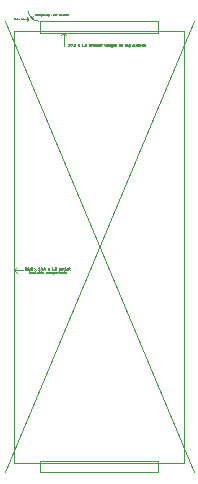
<source format=gbr>
G04 #@! TF.GenerationSoftware,KiCad,Pcbnew,5.1.4-e60b266~84~ubuntu19.04.1*
G04 #@! TF.CreationDate,2019-11-08T15:22:29-05:00*
G04 #@! TF.ProjectId,pcb2molex8878_bump,70636232-6d6f-46c6-9578-383837385f62,rev?*
G04 #@! TF.SameCoordinates,Original*
G04 #@! TF.FileFunction,Drawing*
%FSLAX46Y46*%
G04 Gerber Fmt 4.6, Leading zero omitted, Abs format (unit mm)*
G04 Created by KiCad (PCBNEW 5.1.4-e60b266~84~ubuntu19.04.1) date 2019-11-08 15:22:29*
%MOMM*%
%LPD*%
G04 APERTURE LIST*
%ADD10C,0.010000*%
G04 APERTURE END LIST*
D10*
X144218400Y-81087000D02*
X144418400Y-81287000D01*
X144218400Y-81087000D02*
X144018400Y-81287000D01*
X144218400Y-81087000D02*
X144218400Y-82187000D01*
X152218400Y-118287000D02*
X142218400Y-118287000D01*
X152218400Y-117287000D02*
X152218400Y-118287000D01*
X142218400Y-117287000D02*
X152218400Y-117287000D01*
X142218400Y-118287000D02*
X142218400Y-117287000D01*
X152218400Y-80087000D02*
X142218400Y-80087000D01*
X152218400Y-81087000D02*
X152218400Y-80087000D01*
X142218400Y-81087000D02*
X152218400Y-81087000D01*
X142218400Y-80087000D02*
X142218400Y-81087000D01*
X154418400Y-117487000D02*
X140018400Y-117487000D01*
X154418400Y-80887000D02*
X154418400Y-117487000D01*
X140018400Y-80887000D02*
X154418400Y-80887000D01*
X140018400Y-117487000D02*
X140018400Y-80887000D01*
X142082000Y-80087000D02*
G75*
G02X141218400Y-79223400I0J863600D01*
G01*
X141468400Y-79787000D02*
X141718400Y-79537000D01*
X141468400Y-79787000D02*
X141618400Y-79787000D01*
X141468400Y-79787000D02*
X141468400Y-79637000D01*
X141218400Y-79887000D02*
X141118400Y-80037000D01*
X141218400Y-79887000D02*
X141118400Y-79737000D01*
X140918400Y-79887000D02*
X141218400Y-79887000D01*
X141218400Y-79887000D02*
X140918400Y-79887000D01*
X140018400Y-101187000D02*
X140768400Y-101187000D01*
X140018400Y-101187000D02*
X140268400Y-101437000D01*
X140018400Y-101187000D02*
X140268400Y-100937000D01*
X139218400Y-80087000D02*
X155218400Y-118287000D01*
X139218400Y-118287000D02*
X155218400Y-80087000D01*
X144694590Y-82177476D02*
X144580304Y-82177476D01*
X144637447Y-82177476D02*
X144637447Y-81977476D01*
X144618400Y-82006047D01*
X144599352Y-82025095D01*
X144580304Y-82034619D01*
X144818400Y-81977476D02*
X144837447Y-81977476D01*
X144856495Y-81987000D01*
X144866019Y-81996523D01*
X144875542Y-82015571D01*
X144885066Y-82053666D01*
X144885066Y-82101285D01*
X144875542Y-82139380D01*
X144866019Y-82158428D01*
X144856495Y-82167952D01*
X144837447Y-82177476D01*
X144818400Y-82177476D01*
X144799352Y-82167952D01*
X144789828Y-82158428D01*
X144780304Y-82139380D01*
X144770780Y-82101285D01*
X144770780Y-82053666D01*
X144780304Y-82015571D01*
X144789828Y-81996523D01*
X144799352Y-81987000D01*
X144818400Y-81977476D01*
X144970780Y-82158428D02*
X144980304Y-82167952D01*
X144970780Y-82177476D01*
X144961257Y-82167952D01*
X144970780Y-82158428D01*
X144970780Y-82177476D01*
X145104114Y-81977476D02*
X145123161Y-81977476D01*
X145142209Y-81987000D01*
X145151733Y-81996523D01*
X145161257Y-82015571D01*
X145170780Y-82053666D01*
X145170780Y-82101285D01*
X145161257Y-82139380D01*
X145151733Y-82158428D01*
X145142209Y-82167952D01*
X145123161Y-82177476D01*
X145104114Y-82177476D01*
X145085066Y-82167952D01*
X145075542Y-82158428D01*
X145066019Y-82139380D01*
X145056495Y-82101285D01*
X145056495Y-82053666D01*
X145066019Y-82015571D01*
X145075542Y-81996523D01*
X145085066Y-81987000D01*
X145104114Y-81977476D01*
X145389828Y-82177476D02*
X145494590Y-82044142D01*
X145389828Y-82044142D02*
X145494590Y-82177476D01*
X145827923Y-82177476D02*
X145713638Y-82177476D01*
X145770780Y-82177476D02*
X145770780Y-81977476D01*
X145751733Y-82006047D01*
X145732685Y-82025095D01*
X145713638Y-82034619D01*
X145913638Y-82158428D02*
X145923161Y-82167952D01*
X145913638Y-82177476D01*
X145904114Y-82167952D01*
X145913638Y-82158428D01*
X145913638Y-82177476D01*
X146046971Y-81977476D02*
X146066019Y-81977476D01*
X146085066Y-81987000D01*
X146094590Y-81996523D01*
X146104114Y-82015571D01*
X146113638Y-82053666D01*
X146113638Y-82101285D01*
X146104114Y-82139380D01*
X146094590Y-82158428D01*
X146085066Y-82167952D01*
X146066019Y-82177476D01*
X146046971Y-82177476D01*
X146027923Y-82167952D01*
X146018400Y-82158428D01*
X146008876Y-82139380D01*
X145999352Y-82101285D01*
X145999352Y-82053666D01*
X146008876Y-82015571D01*
X146018400Y-81996523D01*
X146027923Y-81987000D01*
X146046971Y-81977476D01*
X146351733Y-82177476D02*
X146351733Y-82044142D01*
X146351733Y-82082238D02*
X146361257Y-82063190D01*
X146370780Y-82053666D01*
X146389828Y-82044142D01*
X146408876Y-82044142D01*
X146551733Y-82167952D02*
X146532685Y-82177476D01*
X146494590Y-82177476D01*
X146475542Y-82167952D01*
X146466019Y-82148904D01*
X146466019Y-82072714D01*
X146475542Y-82053666D01*
X146494590Y-82044142D01*
X146532685Y-82044142D01*
X146551733Y-82053666D01*
X146561257Y-82072714D01*
X146561257Y-82091761D01*
X146466019Y-82110809D01*
X146618400Y-82044142D02*
X146694590Y-82044142D01*
X146646971Y-81977476D02*
X146646971Y-82148904D01*
X146656495Y-82167952D01*
X146675542Y-82177476D01*
X146694590Y-82177476D01*
X146846971Y-82177476D02*
X146846971Y-82072714D01*
X146837447Y-82053666D01*
X146818400Y-82044142D01*
X146780304Y-82044142D01*
X146761257Y-82053666D01*
X146846971Y-82167952D02*
X146827923Y-82177476D01*
X146780304Y-82177476D01*
X146761257Y-82167952D01*
X146751733Y-82148904D01*
X146751733Y-82129857D01*
X146761257Y-82110809D01*
X146780304Y-82101285D01*
X146827923Y-82101285D01*
X146846971Y-82091761D01*
X146942209Y-82177476D02*
X146942209Y-82044142D01*
X146942209Y-81977476D02*
X146932685Y-81987000D01*
X146942209Y-81996523D01*
X146951733Y-81987000D01*
X146942209Y-81977476D01*
X146942209Y-81996523D01*
X147037447Y-82044142D02*
X147037447Y-82177476D01*
X147037447Y-82063190D02*
X147046971Y-82053666D01*
X147066019Y-82044142D01*
X147094590Y-82044142D01*
X147113638Y-82053666D01*
X147123161Y-82072714D01*
X147123161Y-82177476D01*
X147294590Y-82167952D02*
X147275542Y-82177476D01*
X147237447Y-82177476D01*
X147218400Y-82167952D01*
X147208876Y-82148904D01*
X147208876Y-82072714D01*
X147218400Y-82053666D01*
X147237447Y-82044142D01*
X147275542Y-82044142D01*
X147294590Y-82053666D01*
X147304114Y-82072714D01*
X147304114Y-82091761D01*
X147208876Y-82110809D01*
X147389828Y-82177476D02*
X147389828Y-82044142D01*
X147389828Y-82082238D02*
X147399352Y-82063190D01*
X147408876Y-82053666D01*
X147427923Y-82044142D01*
X147446971Y-82044142D01*
X147646971Y-82044142D02*
X147685066Y-82177476D01*
X147723161Y-82082238D01*
X147761257Y-82177476D01*
X147799352Y-82044142D01*
X147951733Y-82167952D02*
X147932685Y-82177476D01*
X147894590Y-82177476D01*
X147875542Y-82167952D01*
X147866019Y-82148904D01*
X147866019Y-82072714D01*
X147875542Y-82053666D01*
X147894590Y-82044142D01*
X147932685Y-82044142D01*
X147951733Y-82053666D01*
X147961257Y-82072714D01*
X147961257Y-82091761D01*
X147866019Y-82110809D01*
X148132685Y-82177476D02*
X148132685Y-81977476D01*
X148132685Y-82167952D02*
X148113638Y-82177476D01*
X148075542Y-82177476D01*
X148056495Y-82167952D01*
X148046971Y-82158428D01*
X148037447Y-82139380D01*
X148037447Y-82082238D01*
X148046971Y-82063190D01*
X148056495Y-82053666D01*
X148075542Y-82044142D01*
X148113638Y-82044142D01*
X148132685Y-82053666D01*
X148313638Y-82044142D02*
X148313638Y-82206047D01*
X148304114Y-82225095D01*
X148294590Y-82234619D01*
X148275542Y-82244142D01*
X148246971Y-82244142D01*
X148227923Y-82234619D01*
X148313638Y-82167952D02*
X148294590Y-82177476D01*
X148256495Y-82177476D01*
X148237447Y-82167952D01*
X148227923Y-82158428D01*
X148218400Y-82139380D01*
X148218400Y-82082238D01*
X148227923Y-82063190D01*
X148237447Y-82053666D01*
X148256495Y-82044142D01*
X148294590Y-82044142D01*
X148313638Y-82053666D01*
X148485066Y-82167952D02*
X148466019Y-82177476D01*
X148427923Y-82177476D01*
X148408876Y-82167952D01*
X148399352Y-82148904D01*
X148399352Y-82072714D01*
X148408876Y-82053666D01*
X148427923Y-82044142D01*
X148466019Y-82044142D01*
X148485066Y-82053666D01*
X148494590Y-82072714D01*
X148494590Y-82091761D01*
X148399352Y-82110809D01*
X148570780Y-82167952D02*
X148589828Y-82177476D01*
X148627923Y-82177476D01*
X148646971Y-82167952D01*
X148656495Y-82148904D01*
X148656495Y-82139380D01*
X148646971Y-82120333D01*
X148627923Y-82110809D01*
X148599352Y-82110809D01*
X148580304Y-82101285D01*
X148570780Y-82082238D01*
X148570780Y-82072714D01*
X148580304Y-82053666D01*
X148599352Y-82044142D01*
X148627923Y-82044142D01*
X148646971Y-82053666D01*
X148923161Y-82177476D02*
X148904114Y-82167952D01*
X148894590Y-82158428D01*
X148885066Y-82139380D01*
X148885066Y-82082238D01*
X148894590Y-82063190D01*
X148904114Y-82053666D01*
X148923161Y-82044142D01*
X148951733Y-82044142D01*
X148970780Y-82053666D01*
X148980304Y-82063190D01*
X148989828Y-82082238D01*
X148989828Y-82139380D01*
X148980304Y-82158428D01*
X148970780Y-82167952D01*
X148951733Y-82177476D01*
X148923161Y-82177476D01*
X149075542Y-82044142D02*
X149075542Y-82177476D01*
X149075542Y-82063190D02*
X149085066Y-82053666D01*
X149104114Y-82044142D01*
X149132685Y-82044142D01*
X149151733Y-82053666D01*
X149161257Y-82072714D01*
X149161257Y-82177476D01*
X149380304Y-82044142D02*
X149456495Y-82044142D01*
X149408876Y-81977476D02*
X149408876Y-82148904D01*
X149418400Y-82167952D01*
X149437447Y-82177476D01*
X149456495Y-82177476D01*
X149551733Y-82177476D02*
X149532685Y-82167952D01*
X149523161Y-82158428D01*
X149513638Y-82139380D01*
X149513638Y-82082238D01*
X149523161Y-82063190D01*
X149532685Y-82053666D01*
X149551733Y-82044142D01*
X149580304Y-82044142D01*
X149599352Y-82053666D01*
X149608876Y-82063190D01*
X149618400Y-82082238D01*
X149618400Y-82139380D01*
X149608876Y-82158428D01*
X149599352Y-82167952D01*
X149580304Y-82177476D01*
X149551733Y-82177476D01*
X149704114Y-82044142D02*
X149704114Y-82244142D01*
X149704114Y-82053666D02*
X149723161Y-82044142D01*
X149761257Y-82044142D01*
X149780304Y-82053666D01*
X149789828Y-82063190D01*
X149799352Y-82082238D01*
X149799352Y-82139380D01*
X149789828Y-82158428D01*
X149780304Y-82167952D01*
X149761257Y-82177476D01*
X149723161Y-82177476D01*
X149704114Y-82167952D01*
X150027923Y-82167952D02*
X150046971Y-82177476D01*
X150085066Y-82177476D01*
X150104114Y-82167952D01*
X150113638Y-82148904D01*
X150113638Y-82139380D01*
X150104114Y-82120333D01*
X150085066Y-82110809D01*
X150056495Y-82110809D01*
X150037447Y-82101285D01*
X150027923Y-82082238D01*
X150027923Y-82072714D01*
X150037447Y-82053666D01*
X150056495Y-82044142D01*
X150085066Y-82044142D01*
X150104114Y-82053666D01*
X150285066Y-82044142D02*
X150285066Y-82177476D01*
X150199352Y-82044142D02*
X150199352Y-82148904D01*
X150208876Y-82167952D01*
X150227923Y-82177476D01*
X150256495Y-82177476D01*
X150275542Y-82167952D01*
X150285066Y-82158428D01*
X150380304Y-82177476D02*
X150380304Y-82044142D01*
X150380304Y-82082238D02*
X150389828Y-82063190D01*
X150399352Y-82053666D01*
X150418400Y-82044142D01*
X150437447Y-82044142D01*
X150475542Y-82044142D02*
X150551733Y-82044142D01*
X150504114Y-82177476D02*
X150504114Y-82006047D01*
X150513638Y-81987000D01*
X150532685Y-81977476D01*
X150551733Y-81977476D01*
X150704114Y-82177476D02*
X150704114Y-82072714D01*
X150694590Y-82053666D01*
X150675542Y-82044142D01*
X150637447Y-82044142D01*
X150618400Y-82053666D01*
X150704114Y-82167952D02*
X150685066Y-82177476D01*
X150637447Y-82177476D01*
X150618400Y-82167952D01*
X150608876Y-82148904D01*
X150608876Y-82129857D01*
X150618400Y-82110809D01*
X150637447Y-82101285D01*
X150685066Y-82101285D01*
X150704114Y-82091761D01*
X150885066Y-82167952D02*
X150866019Y-82177476D01*
X150827923Y-82177476D01*
X150808876Y-82167952D01*
X150799352Y-82158428D01*
X150789828Y-82139380D01*
X150789828Y-82082238D01*
X150799352Y-82063190D01*
X150808876Y-82053666D01*
X150827923Y-82044142D01*
X150866019Y-82044142D01*
X150885066Y-82053666D01*
X151046971Y-82167952D02*
X151027923Y-82177476D01*
X150989828Y-82177476D01*
X150970780Y-82167952D01*
X150961257Y-82148904D01*
X150961257Y-82072714D01*
X150970780Y-82053666D01*
X150989828Y-82044142D01*
X151027923Y-82044142D01*
X151046971Y-82053666D01*
X151056495Y-82072714D01*
X151056495Y-82091761D01*
X150961257Y-82110809D01*
X141823161Y-79582238D02*
X141823161Y-79529857D01*
X141818400Y-79520333D01*
X141808876Y-79515571D01*
X141789828Y-79515571D01*
X141780304Y-79520333D01*
X141823161Y-79577476D02*
X141813638Y-79582238D01*
X141789828Y-79582238D01*
X141780304Y-79577476D01*
X141775542Y-79567952D01*
X141775542Y-79558428D01*
X141780304Y-79548904D01*
X141789828Y-79544142D01*
X141813638Y-79544142D01*
X141823161Y-79539380D01*
X141913638Y-79577476D02*
X141904114Y-79582238D01*
X141885066Y-79582238D01*
X141875542Y-79577476D01*
X141870780Y-79572714D01*
X141866019Y-79563190D01*
X141866019Y-79534619D01*
X141870780Y-79525095D01*
X141875542Y-79520333D01*
X141885066Y-79515571D01*
X141904114Y-79515571D01*
X141913638Y-79520333D01*
X141942209Y-79515571D02*
X141980304Y-79515571D01*
X141956495Y-79482238D02*
X141956495Y-79567952D01*
X141961257Y-79577476D01*
X141970780Y-79582238D01*
X141980304Y-79582238D01*
X142056495Y-79515571D02*
X142056495Y-79582238D01*
X142013638Y-79515571D02*
X142013638Y-79567952D01*
X142018400Y-79577476D01*
X142027923Y-79582238D01*
X142042209Y-79582238D01*
X142051733Y-79577476D01*
X142056495Y-79572714D01*
X142146971Y-79582238D02*
X142146971Y-79529857D01*
X142142209Y-79520333D01*
X142132685Y-79515571D01*
X142113638Y-79515571D01*
X142104114Y-79520333D01*
X142146971Y-79577476D02*
X142137447Y-79582238D01*
X142113638Y-79582238D01*
X142104114Y-79577476D01*
X142099352Y-79567952D01*
X142099352Y-79558428D01*
X142104114Y-79548904D01*
X142113638Y-79544142D01*
X142137447Y-79544142D01*
X142146971Y-79539380D01*
X142208876Y-79582238D02*
X142199352Y-79577476D01*
X142194590Y-79567952D01*
X142194590Y-79482238D01*
X142323161Y-79515571D02*
X142323161Y-79615571D01*
X142323161Y-79520333D02*
X142332685Y-79515571D01*
X142351733Y-79515571D01*
X142361257Y-79520333D01*
X142366019Y-79525095D01*
X142370780Y-79534619D01*
X142370780Y-79563190D01*
X142366019Y-79572714D01*
X142361257Y-79577476D01*
X142351733Y-79582238D01*
X142332685Y-79582238D01*
X142323161Y-79577476D01*
X142456495Y-79577476D02*
X142446971Y-79582238D01*
X142427923Y-79582238D01*
X142418400Y-79577476D01*
X142413638Y-79572714D01*
X142408876Y-79563190D01*
X142408876Y-79534619D01*
X142413638Y-79525095D01*
X142418400Y-79520333D01*
X142427923Y-79515571D01*
X142446971Y-79515571D01*
X142456495Y-79520333D01*
X142499352Y-79582238D02*
X142499352Y-79482238D01*
X142499352Y-79520333D02*
X142508876Y-79515571D01*
X142527923Y-79515571D01*
X142537447Y-79520333D01*
X142542209Y-79525095D01*
X142546971Y-79534619D01*
X142546971Y-79563190D01*
X142542209Y-79572714D01*
X142537447Y-79577476D01*
X142527923Y-79582238D01*
X142508876Y-79582238D01*
X142499352Y-79577476D01*
X142704114Y-79577476D02*
X142694590Y-79582238D01*
X142675542Y-79582238D01*
X142666019Y-79577476D01*
X142661257Y-79567952D01*
X142661257Y-79529857D01*
X142666019Y-79520333D01*
X142675542Y-79515571D01*
X142694590Y-79515571D01*
X142704114Y-79520333D01*
X142708876Y-79529857D01*
X142708876Y-79539380D01*
X142661257Y-79548904D01*
X142794590Y-79582238D02*
X142794590Y-79482238D01*
X142794590Y-79577476D02*
X142785066Y-79582238D01*
X142766019Y-79582238D01*
X142756495Y-79577476D01*
X142751733Y-79572714D01*
X142746971Y-79563190D01*
X142746971Y-79534619D01*
X142751733Y-79525095D01*
X142756495Y-79520333D01*
X142766019Y-79515571D01*
X142785066Y-79515571D01*
X142794590Y-79520333D01*
X142885066Y-79515571D02*
X142885066Y-79596523D01*
X142880304Y-79606047D01*
X142875542Y-79610809D01*
X142866019Y-79615571D01*
X142851733Y-79615571D01*
X142842209Y-79610809D01*
X142885066Y-79577476D02*
X142875542Y-79582238D01*
X142856495Y-79582238D01*
X142846971Y-79577476D01*
X142842209Y-79572714D01*
X142837447Y-79563190D01*
X142837447Y-79534619D01*
X142842209Y-79525095D01*
X142846971Y-79520333D01*
X142856495Y-79515571D01*
X142875542Y-79515571D01*
X142885066Y-79520333D01*
X142970780Y-79577476D02*
X142961257Y-79582238D01*
X142942209Y-79582238D01*
X142932685Y-79577476D01*
X142927923Y-79567952D01*
X142927923Y-79529857D01*
X142932685Y-79520333D01*
X142942209Y-79515571D01*
X142961257Y-79515571D01*
X142970780Y-79520333D01*
X142975542Y-79529857D01*
X142975542Y-79539380D01*
X142927923Y-79548904D01*
X143094590Y-79544142D02*
X143170780Y-79544142D01*
X143313638Y-79482238D02*
X143323161Y-79482238D01*
X143332685Y-79487000D01*
X143337447Y-79491761D01*
X143342209Y-79501285D01*
X143346971Y-79520333D01*
X143346971Y-79544142D01*
X143342209Y-79563190D01*
X143337447Y-79572714D01*
X143332685Y-79577476D01*
X143323161Y-79582238D01*
X143313638Y-79582238D01*
X143304114Y-79577476D01*
X143299352Y-79572714D01*
X143294590Y-79563190D01*
X143289828Y-79544142D01*
X143289828Y-79520333D01*
X143294590Y-79501285D01*
X143299352Y-79491761D01*
X143304114Y-79487000D01*
X143313638Y-79482238D01*
X143389828Y-79572714D02*
X143394590Y-79577476D01*
X143389828Y-79582238D01*
X143385066Y-79577476D01*
X143389828Y-79572714D01*
X143389828Y-79582238D01*
X143427923Y-79482238D02*
X143489828Y-79482238D01*
X143456495Y-79520333D01*
X143470780Y-79520333D01*
X143480304Y-79525095D01*
X143485066Y-79529857D01*
X143489828Y-79539380D01*
X143489828Y-79563190D01*
X143485066Y-79572714D01*
X143480304Y-79577476D01*
X143470780Y-79582238D01*
X143442209Y-79582238D01*
X143432685Y-79577476D01*
X143427923Y-79572714D01*
X143575542Y-79515571D02*
X143575542Y-79582238D01*
X143551733Y-79477476D02*
X143527923Y-79548904D01*
X143589828Y-79548904D01*
X143623161Y-79482238D02*
X143623161Y-79501285D01*
X143661257Y-79482238D02*
X143661257Y-79501285D01*
X143780304Y-79582238D02*
X143780304Y-79515571D01*
X143780304Y-79525095D02*
X143785066Y-79520333D01*
X143794590Y-79515571D01*
X143808876Y-79515571D01*
X143818400Y-79520333D01*
X143823161Y-79529857D01*
X143823161Y-79582238D01*
X143823161Y-79529857D02*
X143827923Y-79520333D01*
X143837447Y-79515571D01*
X143851733Y-79515571D01*
X143861257Y-79520333D01*
X143866019Y-79529857D01*
X143866019Y-79582238D01*
X143913638Y-79582238D02*
X143913638Y-79515571D01*
X143913638Y-79482238D02*
X143908876Y-79487000D01*
X143913638Y-79491761D01*
X143918400Y-79487000D01*
X143913638Y-79482238D01*
X143913638Y-79491761D01*
X143975542Y-79582238D02*
X143966019Y-79577476D01*
X143961257Y-79567952D01*
X143961257Y-79482238D01*
X144027923Y-79582238D02*
X144018400Y-79577476D01*
X144013638Y-79567952D01*
X144013638Y-79482238D01*
X144142209Y-79582238D02*
X144142209Y-79515571D01*
X144142209Y-79534619D02*
X144146971Y-79525095D01*
X144151733Y-79520333D01*
X144161257Y-79515571D01*
X144170780Y-79515571D01*
X144246971Y-79582238D02*
X144246971Y-79529857D01*
X144242209Y-79520333D01*
X144232685Y-79515571D01*
X144213638Y-79515571D01*
X144204114Y-79520333D01*
X144246971Y-79577476D02*
X144237447Y-79582238D01*
X144213638Y-79582238D01*
X144204114Y-79577476D01*
X144199352Y-79567952D01*
X144199352Y-79558428D01*
X144204114Y-79548904D01*
X144213638Y-79544142D01*
X144237447Y-79544142D01*
X144246971Y-79539380D01*
X144337447Y-79582238D02*
X144337447Y-79482238D01*
X144337447Y-79577476D02*
X144327923Y-79582238D01*
X144308876Y-79582238D01*
X144299352Y-79577476D01*
X144294590Y-79572714D01*
X144289828Y-79563190D01*
X144289828Y-79534619D01*
X144294590Y-79525095D01*
X144299352Y-79520333D01*
X144308876Y-79515571D01*
X144327923Y-79515571D01*
X144337447Y-79520333D01*
X144385066Y-79582238D02*
X144385066Y-79515571D01*
X144385066Y-79482238D02*
X144380304Y-79487000D01*
X144385066Y-79491761D01*
X144389828Y-79487000D01*
X144385066Y-79482238D01*
X144385066Y-79491761D01*
X144475542Y-79515571D02*
X144475542Y-79582238D01*
X144432685Y-79515571D02*
X144432685Y-79567952D01*
X144437447Y-79577476D01*
X144446971Y-79582238D01*
X144461257Y-79582238D01*
X144470780Y-79577476D01*
X144475542Y-79572714D01*
X144518400Y-79577476D02*
X144527923Y-79582238D01*
X144546971Y-79582238D01*
X144556495Y-79577476D01*
X144561257Y-79567952D01*
X144561257Y-79563190D01*
X144556495Y-79553666D01*
X144546971Y-79548904D01*
X144532685Y-79548904D01*
X144523161Y-79544142D01*
X144518400Y-79534619D01*
X144518400Y-79529857D01*
X144523161Y-79520333D01*
X144532685Y-79515571D01*
X144546971Y-79515571D01*
X144556495Y-79520333D01*
X140049352Y-79932238D02*
X140016019Y-79884619D01*
X139992209Y-79932238D02*
X139992209Y-79832238D01*
X140030304Y-79832238D01*
X140039828Y-79837000D01*
X140044590Y-79841761D01*
X140049352Y-79851285D01*
X140049352Y-79865571D01*
X140044590Y-79875095D01*
X140039828Y-79879857D01*
X140030304Y-79884619D01*
X139992209Y-79884619D01*
X140106495Y-79932238D02*
X140096971Y-79927476D01*
X140092209Y-79922714D01*
X140087447Y-79913190D01*
X140087447Y-79884619D01*
X140092209Y-79875095D01*
X140096971Y-79870333D01*
X140106495Y-79865571D01*
X140120780Y-79865571D01*
X140130304Y-79870333D01*
X140135066Y-79875095D01*
X140139828Y-79884619D01*
X140139828Y-79913190D01*
X140135066Y-79922714D01*
X140130304Y-79927476D01*
X140120780Y-79932238D01*
X140106495Y-79932238D01*
X140225542Y-79865571D02*
X140225542Y-79932238D01*
X140182685Y-79865571D02*
X140182685Y-79917952D01*
X140187447Y-79927476D01*
X140196971Y-79932238D01*
X140211257Y-79932238D01*
X140220780Y-79927476D01*
X140225542Y-79922714D01*
X140258876Y-79865571D02*
X140296971Y-79865571D01*
X140273161Y-79832238D02*
X140273161Y-79917952D01*
X140277923Y-79927476D01*
X140287447Y-79932238D01*
X140296971Y-79932238D01*
X140368400Y-79927476D02*
X140358876Y-79932238D01*
X140339828Y-79932238D01*
X140330304Y-79927476D01*
X140325542Y-79917952D01*
X140325542Y-79879857D01*
X140330304Y-79870333D01*
X140339828Y-79865571D01*
X140358876Y-79865571D01*
X140368400Y-79870333D01*
X140373161Y-79879857D01*
X140373161Y-79889380D01*
X140325542Y-79898904D01*
X140416019Y-79932238D02*
X140416019Y-79865571D01*
X140416019Y-79884619D02*
X140420780Y-79875095D01*
X140425542Y-79870333D01*
X140435066Y-79865571D01*
X140444590Y-79865571D01*
X140554114Y-79932238D02*
X140554114Y-79832238D01*
X140592209Y-79832238D01*
X140601733Y-79837000D01*
X140606495Y-79841761D01*
X140611257Y-79851285D01*
X140611257Y-79865571D01*
X140606495Y-79875095D01*
X140601733Y-79879857D01*
X140592209Y-79884619D01*
X140554114Y-79884619D01*
X140696971Y-79932238D02*
X140696971Y-79879857D01*
X140692209Y-79870333D01*
X140682685Y-79865571D01*
X140663638Y-79865571D01*
X140654114Y-79870333D01*
X140696971Y-79927476D02*
X140687447Y-79932238D01*
X140663638Y-79932238D01*
X140654114Y-79927476D01*
X140649352Y-79917952D01*
X140649352Y-79908428D01*
X140654114Y-79898904D01*
X140663638Y-79894142D01*
X140687447Y-79894142D01*
X140696971Y-79889380D01*
X140730304Y-79865571D02*
X140768400Y-79865571D01*
X140744590Y-79832238D02*
X140744590Y-79917952D01*
X140749352Y-79927476D01*
X140758876Y-79932238D01*
X140768400Y-79932238D01*
X140801733Y-79932238D02*
X140801733Y-79832238D01*
X140844590Y-79932238D02*
X140844590Y-79879857D01*
X140839828Y-79870333D01*
X140830304Y-79865571D01*
X140816019Y-79865571D01*
X140806495Y-79870333D01*
X140801733Y-79875095D01*
X141242209Y-101427476D02*
X141242209Y-101227476D01*
X141242209Y-101303666D02*
X141261257Y-101294142D01*
X141299352Y-101294142D01*
X141318400Y-101303666D01*
X141327923Y-101313190D01*
X141337447Y-101332238D01*
X141337447Y-101389380D01*
X141327923Y-101408428D01*
X141318400Y-101417952D01*
X141299352Y-101427476D01*
X141261257Y-101427476D01*
X141242209Y-101417952D01*
X141508876Y-101427476D02*
X141508876Y-101322714D01*
X141499352Y-101303666D01*
X141480304Y-101294142D01*
X141442209Y-101294142D01*
X141423161Y-101303666D01*
X141508876Y-101417952D02*
X141489828Y-101427476D01*
X141442209Y-101427476D01*
X141423161Y-101417952D01*
X141413638Y-101398904D01*
X141413638Y-101379857D01*
X141423161Y-101360809D01*
X141442209Y-101351285D01*
X141489828Y-101351285D01*
X141508876Y-101341761D01*
X141689828Y-101417952D02*
X141670780Y-101427476D01*
X141632685Y-101427476D01*
X141613638Y-101417952D01*
X141604114Y-101408428D01*
X141594590Y-101389380D01*
X141594590Y-101332238D01*
X141604114Y-101313190D01*
X141613638Y-101303666D01*
X141632685Y-101294142D01*
X141670780Y-101294142D01*
X141689828Y-101303666D01*
X141775542Y-101427476D02*
X141775542Y-101227476D01*
X141794590Y-101351285D02*
X141851733Y-101427476D01*
X141851733Y-101294142D02*
X141775542Y-101370333D01*
X141927923Y-101417952D02*
X141946971Y-101427476D01*
X141985066Y-101427476D01*
X142004114Y-101417952D01*
X142013638Y-101398904D01*
X142013638Y-101389380D01*
X142004114Y-101370333D01*
X141985066Y-101360809D01*
X141956495Y-101360809D01*
X141937447Y-101351285D01*
X141927923Y-101332238D01*
X141927923Y-101322714D01*
X141937447Y-101303666D01*
X141956495Y-101294142D01*
X141985066Y-101294142D01*
X142004114Y-101303666D01*
X142099352Y-101427476D02*
X142099352Y-101294142D01*
X142099352Y-101227476D02*
X142089828Y-101237000D01*
X142099352Y-101246523D01*
X142108876Y-101237000D01*
X142099352Y-101227476D01*
X142099352Y-101246523D01*
X142280304Y-101427476D02*
X142280304Y-101227476D01*
X142280304Y-101417952D02*
X142261257Y-101427476D01*
X142223161Y-101427476D01*
X142204114Y-101417952D01*
X142194590Y-101408428D01*
X142185066Y-101389380D01*
X142185066Y-101332238D01*
X142194590Y-101313190D01*
X142204114Y-101303666D01*
X142223161Y-101294142D01*
X142261257Y-101294142D01*
X142280304Y-101303666D01*
X142451733Y-101417952D02*
X142432685Y-101427476D01*
X142394590Y-101427476D01*
X142375542Y-101417952D01*
X142366019Y-101398904D01*
X142366019Y-101322714D01*
X142375542Y-101303666D01*
X142394590Y-101294142D01*
X142432685Y-101294142D01*
X142451733Y-101303666D01*
X142461257Y-101322714D01*
X142461257Y-101341761D01*
X142366019Y-101360809D01*
X142785066Y-101417952D02*
X142766019Y-101427476D01*
X142727923Y-101427476D01*
X142708876Y-101417952D01*
X142699352Y-101408428D01*
X142689828Y-101389380D01*
X142689828Y-101332238D01*
X142699352Y-101313190D01*
X142708876Y-101303666D01*
X142727923Y-101294142D01*
X142766019Y-101294142D01*
X142785066Y-101303666D01*
X142899352Y-101427476D02*
X142880304Y-101417952D01*
X142870780Y-101408428D01*
X142861257Y-101389380D01*
X142861257Y-101332238D01*
X142870780Y-101313190D01*
X142880304Y-101303666D01*
X142899352Y-101294142D01*
X142927923Y-101294142D01*
X142946971Y-101303666D01*
X142956495Y-101313190D01*
X142966019Y-101332238D01*
X142966019Y-101389380D01*
X142956495Y-101408428D01*
X142946971Y-101417952D01*
X142927923Y-101427476D01*
X142899352Y-101427476D01*
X143051733Y-101427476D02*
X143051733Y-101294142D01*
X143051733Y-101313190D02*
X143061257Y-101303666D01*
X143080304Y-101294142D01*
X143108876Y-101294142D01*
X143127923Y-101303666D01*
X143137447Y-101322714D01*
X143137447Y-101427476D01*
X143137447Y-101322714D02*
X143146971Y-101303666D01*
X143166019Y-101294142D01*
X143194590Y-101294142D01*
X143213638Y-101303666D01*
X143223161Y-101322714D01*
X143223161Y-101427476D01*
X143318400Y-101294142D02*
X143318400Y-101494142D01*
X143318400Y-101303666D02*
X143337447Y-101294142D01*
X143375542Y-101294142D01*
X143394590Y-101303666D01*
X143404114Y-101313190D01*
X143413638Y-101332238D01*
X143413638Y-101389380D01*
X143404114Y-101408428D01*
X143394590Y-101417952D01*
X143375542Y-101427476D01*
X143337447Y-101427476D01*
X143318400Y-101417952D01*
X143527923Y-101427476D02*
X143508876Y-101417952D01*
X143499352Y-101408428D01*
X143489828Y-101389380D01*
X143489828Y-101332238D01*
X143499352Y-101313190D01*
X143508876Y-101303666D01*
X143527923Y-101294142D01*
X143556495Y-101294142D01*
X143575542Y-101303666D01*
X143585066Y-101313190D01*
X143594590Y-101332238D01*
X143594590Y-101389380D01*
X143585066Y-101408428D01*
X143575542Y-101417952D01*
X143556495Y-101427476D01*
X143527923Y-101427476D01*
X143680304Y-101294142D02*
X143680304Y-101427476D01*
X143680304Y-101313190D02*
X143689828Y-101303666D01*
X143708876Y-101294142D01*
X143737447Y-101294142D01*
X143756495Y-101303666D01*
X143766019Y-101322714D01*
X143766019Y-101427476D01*
X143937447Y-101417952D02*
X143918400Y-101427476D01*
X143880304Y-101427476D01*
X143861257Y-101417952D01*
X143851733Y-101398904D01*
X143851733Y-101322714D01*
X143861257Y-101303666D01*
X143880304Y-101294142D01*
X143918400Y-101294142D01*
X143937447Y-101303666D01*
X143946971Y-101322714D01*
X143946971Y-101341761D01*
X143851733Y-101360809D01*
X144032685Y-101294142D02*
X144032685Y-101427476D01*
X144032685Y-101313190D02*
X144042209Y-101303666D01*
X144061257Y-101294142D01*
X144089828Y-101294142D01*
X144108876Y-101303666D01*
X144118400Y-101322714D01*
X144118400Y-101427476D01*
X144185066Y-101294142D02*
X144261257Y-101294142D01*
X144213638Y-101227476D02*
X144213638Y-101398904D01*
X144223161Y-101417952D01*
X144242209Y-101427476D01*
X144261257Y-101427476D01*
X144318400Y-101417952D02*
X144337447Y-101427476D01*
X144375542Y-101427476D01*
X144394590Y-101417952D01*
X144404114Y-101398904D01*
X144404114Y-101389380D01*
X144394590Y-101370333D01*
X144375542Y-101360809D01*
X144346971Y-101360809D01*
X144327923Y-101351285D01*
X144318400Y-101332238D01*
X144318400Y-101322714D01*
X144327923Y-101303666D01*
X144346971Y-101294142D01*
X144375542Y-101294142D01*
X144394590Y-101303666D01*
X140908876Y-100927476D02*
X141032685Y-100927476D01*
X140966019Y-101003666D01*
X140994590Y-101003666D01*
X141013638Y-101013190D01*
X141023161Y-101022714D01*
X141032685Y-101041761D01*
X141032685Y-101089380D01*
X141023161Y-101108428D01*
X141013638Y-101117952D01*
X140994590Y-101127476D01*
X140937447Y-101127476D01*
X140918400Y-101117952D01*
X140908876Y-101108428D01*
X141204114Y-100927476D02*
X141166019Y-100927476D01*
X141146971Y-100937000D01*
X141137447Y-100946523D01*
X141118400Y-100975095D01*
X141108876Y-101013190D01*
X141108876Y-101089380D01*
X141118400Y-101108428D01*
X141127923Y-101117952D01*
X141146971Y-101127476D01*
X141185066Y-101127476D01*
X141204114Y-101117952D01*
X141213638Y-101108428D01*
X141223161Y-101089380D01*
X141223161Y-101041761D01*
X141213638Y-101022714D01*
X141204114Y-101013190D01*
X141185066Y-101003666D01*
X141146971Y-101003666D01*
X141127923Y-101013190D01*
X141118400Y-101022714D01*
X141108876Y-101041761D01*
X141308876Y-101108428D02*
X141318400Y-101117952D01*
X141308876Y-101127476D01*
X141299352Y-101117952D01*
X141308876Y-101108428D01*
X141308876Y-101127476D01*
X141489828Y-100927476D02*
X141451733Y-100927476D01*
X141432685Y-100937000D01*
X141423161Y-100946523D01*
X141404114Y-100975095D01*
X141394590Y-101013190D01*
X141394590Y-101089380D01*
X141404114Y-101108428D01*
X141413638Y-101117952D01*
X141432685Y-101127476D01*
X141470780Y-101127476D01*
X141489828Y-101117952D01*
X141499352Y-101108428D01*
X141508876Y-101089380D01*
X141508876Y-101041761D01*
X141499352Y-101022714D01*
X141489828Y-101013190D01*
X141470780Y-101003666D01*
X141432685Y-101003666D01*
X141413638Y-101013190D01*
X141404114Y-101022714D01*
X141394590Y-101041761D01*
X141727923Y-101127476D02*
X141832685Y-100994142D01*
X141727923Y-100994142D02*
X141832685Y-101127476D01*
X142166019Y-101127476D02*
X142051733Y-101127476D01*
X142108876Y-101127476D02*
X142108876Y-100927476D01*
X142089828Y-100956047D01*
X142070780Y-100975095D01*
X142051733Y-100984619D01*
X142337447Y-100994142D02*
X142337447Y-101127476D01*
X142289828Y-100917952D02*
X142242209Y-101060809D01*
X142366019Y-101060809D01*
X142442209Y-101108428D02*
X142451733Y-101117952D01*
X142442209Y-101127476D01*
X142432685Y-101117952D01*
X142442209Y-101108428D01*
X142442209Y-101127476D01*
X142623161Y-100994142D02*
X142623161Y-101127476D01*
X142575542Y-100917952D02*
X142527923Y-101060809D01*
X142651733Y-101060809D01*
X142861257Y-101127476D02*
X142966019Y-100994142D01*
X142861257Y-100994142D02*
X142966019Y-101127476D01*
X143299352Y-101127476D02*
X143185066Y-101127476D01*
X143242209Y-101127476D02*
X143242209Y-100927476D01*
X143223161Y-100956047D01*
X143204114Y-100975095D01*
X143185066Y-100984619D01*
X143385066Y-101108428D02*
X143394590Y-101117952D01*
X143385066Y-101127476D01*
X143375542Y-101117952D01*
X143385066Y-101108428D01*
X143385066Y-101127476D01*
X143566019Y-100927476D02*
X143527923Y-100927476D01*
X143508876Y-100937000D01*
X143499352Y-100946523D01*
X143480304Y-100975095D01*
X143470780Y-101013190D01*
X143470780Y-101089380D01*
X143480304Y-101108428D01*
X143489828Y-101117952D01*
X143508876Y-101127476D01*
X143546971Y-101127476D01*
X143566019Y-101117952D01*
X143575542Y-101108428D01*
X143585066Y-101089380D01*
X143585066Y-101041761D01*
X143575542Y-101022714D01*
X143566019Y-101013190D01*
X143546971Y-101003666D01*
X143508876Y-101003666D01*
X143489828Y-101013190D01*
X143480304Y-101022714D01*
X143470780Y-101041761D01*
X143823161Y-100994142D02*
X143823161Y-101194142D01*
X143823161Y-101003666D02*
X143842209Y-100994142D01*
X143880304Y-100994142D01*
X143899352Y-101003666D01*
X143908876Y-101013190D01*
X143918400Y-101032238D01*
X143918400Y-101089380D01*
X143908876Y-101108428D01*
X143899352Y-101117952D01*
X143880304Y-101127476D01*
X143842209Y-101127476D01*
X143823161Y-101117952D01*
X144032685Y-101127476D02*
X144013638Y-101117952D01*
X144004114Y-101108428D01*
X143994590Y-101089380D01*
X143994590Y-101032238D01*
X144004114Y-101013190D01*
X144013638Y-101003666D01*
X144032685Y-100994142D01*
X144061257Y-100994142D01*
X144080304Y-101003666D01*
X144089828Y-101013190D01*
X144099352Y-101032238D01*
X144099352Y-101089380D01*
X144089828Y-101108428D01*
X144080304Y-101117952D01*
X144061257Y-101127476D01*
X144032685Y-101127476D01*
X144270780Y-101117952D02*
X144251733Y-101127476D01*
X144213638Y-101127476D01*
X144194590Y-101117952D01*
X144185066Y-101108428D01*
X144175542Y-101089380D01*
X144175542Y-101032238D01*
X144185066Y-101013190D01*
X144194590Y-101003666D01*
X144213638Y-100994142D01*
X144251733Y-100994142D01*
X144270780Y-101003666D01*
X144356495Y-101127476D02*
X144356495Y-100927476D01*
X144375542Y-101051285D02*
X144432685Y-101127476D01*
X144432685Y-100994142D02*
X144356495Y-101070333D01*
X144594590Y-101117952D02*
X144575542Y-101127476D01*
X144537447Y-101127476D01*
X144518400Y-101117952D01*
X144508876Y-101098904D01*
X144508876Y-101022714D01*
X144518400Y-101003666D01*
X144537447Y-100994142D01*
X144575542Y-100994142D01*
X144594590Y-101003666D01*
X144604114Y-101022714D01*
X144604114Y-101041761D01*
X144508876Y-101060809D01*
X144661257Y-100994142D02*
X144737447Y-100994142D01*
X144689828Y-100927476D02*
X144689828Y-101098904D01*
X144699352Y-101117952D01*
X144718400Y-101127476D01*
X144737447Y-101127476D01*
M02*

</source>
